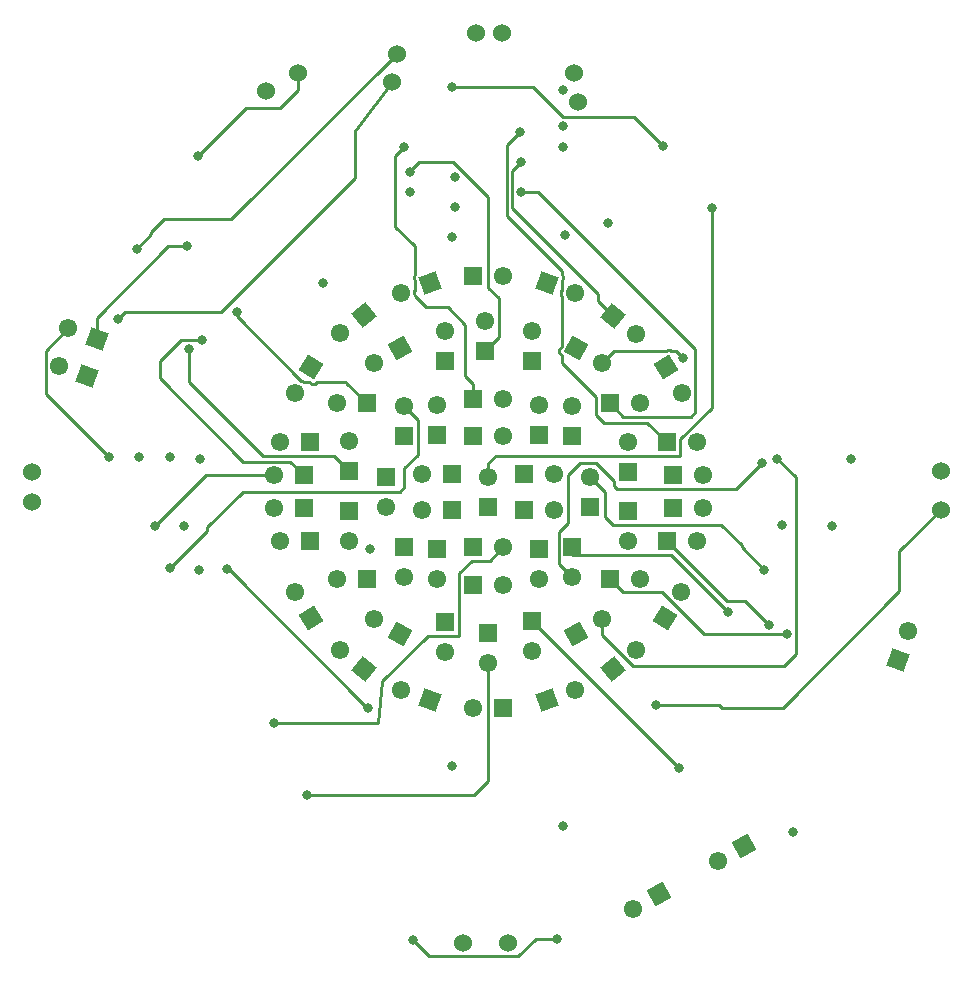
<source format=gbr>
G04*
G04 #@! TF.GenerationSoftware,Altium Limited,Altium Designer,23.1.1 (15)*
G04*
G04 Layer_Physical_Order=4*
G04 Layer_Color=16711680*
%FSLAX44Y44*%
%MOMM*%
G71*
G04*
G04 #@! TF.SameCoordinates,EA72E859-7E5F-47E5-BE6D-6BCC4CF4D1DD*
G04*
G04*
G04 #@! TF.FilePolarity,Positive*
G04*
G01*
G75*
%ADD50C,0.2220*%
%ADD51C,1.5500*%
%ADD52P,2.1920X4X245.0*%
%ADD53C,1.5240*%
%ADD54R,1.5500X1.5500*%
%ADD55P,2.1920X4X115.0*%
%ADD56P,2.1920X4X255.0*%
%ADD57R,1.5500X1.5500*%
%ADD58P,2.1920X4X103.0*%
%ADD59P,2.1920X4X84.0*%
%ADD60P,2.1920X4X195.0*%
%ADD61P,2.1920X4X205.0*%
%ADD62P,2.1920X4X186.0*%
%ADD63P,2.1920X4X167.0*%
%ADD64C,0.8000*%
D50*
X62230Y170128D02*
G03*
X62230Y165557I11168J-2285D01*
G01*
X-156694Y92710D02*
G03*
X-158314Y93796I-7136J-8890D01*
G01*
X-62078Y166376D02*
Y166375D01*
X-62078Y166500D02*
G03*
X-62230Y170128I-11321J1342D01*
G01*
X-374650Y82550D02*
X-321310Y29210D01*
X-374650Y82550D02*
Y118916D01*
X-219785Y-65965D02*
X-102870Y-182880D01*
X-101600D01*
X-221055Y-65965D02*
X-219785D01*
X-269240Y-64770D02*
X-237826Y-33356D01*
Y-30308D02*
X-207518Y0D01*
X-237826Y-33356D02*
Y-30308D01*
X-207518Y0D02*
X-74930D01*
X-281940Y-29210D02*
X-238760Y13970D01*
X-181610D01*
X15531Y233389D02*
Y293661D01*
X26670Y304800D01*
X20290Y240060D02*
Y271750D01*
X27940Y279400D01*
X15531Y233389D02*
X18070Y230850D01*
X27940Y254000D02*
X42164D01*
X20290Y240060D02*
X92964Y167386D01*
X123444Y317500D02*
X148336Y292608D01*
X63660Y317500D02*
X123444D01*
X38260Y342900D02*
X63660Y317500D01*
X189230Y71120D02*
Y240075D01*
X189260Y240105D01*
X62230Y109220D02*
X62880Y108570D01*
X62230Y109220D02*
Y115628D01*
X60287Y117571D02*
Y120061D01*
X62230Y123427D01*
Y170128D02*
Y178092D01*
X63113Y180518D01*
Y182674D01*
X62230Y183557D02*
X63113Y182674D01*
X62230Y183557D02*
Y186690D01*
X61580Y187340D02*
X62230Y186690D01*
X62880Y108570D02*
X91440Y80010D01*
X62230Y123427D02*
Y165557D01*
X18070Y230850D02*
X61580Y187340D01*
X60287Y117571D02*
X62230Y115628D01*
X96520Y109220D02*
X106680Y119380D01*
X158750D02*
X159400Y118730D01*
X154656Y119380D02*
X158750D01*
X154347Y119689D02*
X154656Y119380D01*
X151789Y119689D02*
X154347D01*
X151294Y119380D02*
X151789Y119689D01*
X159400Y118730D02*
X165354Y112776D01*
X106680Y119380D02*
X151294D01*
X-151638Y92710D02*
X-148951Y91031D01*
X-146393D01*
X-144714Y92710D01*
X-156694D02*
X-151638D01*
X-144714D02*
X-120650D01*
X-120000Y92060D01*
X-212852Y148335D02*
X-158314Y93796D01*
X-120000Y92060D02*
X-102870Y74930D01*
X-259842Y128270D02*
X-242600D01*
X-313439Y146050D02*
X-307597Y151892D01*
X-226060D01*
X-313690Y146050D02*
X-313439D01*
X-285205Y219509D02*
X-274336Y230378D01*
X-285205Y217715D02*
Y219509D01*
X-297180Y205740D02*
X-285205Y217715D01*
X-274336Y230378D02*
X-217932D01*
X214966Y-47326D02*
Y-45548D01*
Y-47326D02*
X233680Y-66040D01*
X197358Y-27940D02*
X214966Y-45548D01*
X105410Y-27940D02*
X197358D01*
X142240Y-180340D02*
X195346D01*
X197886Y-182880D01*
X249428D01*
X-62078Y165456D02*
X-52578Y155956D01*
X-62078Y166375D02*
X-62078Y165456D01*
X-63113Y180518D02*
X-62230Y178092D01*
X-63113Y180518D02*
Y182674D01*
X-62230Y183557D01*
Y207772D01*
X-62880Y208422D02*
X-62230Y207772D01*
X-78740Y224282D02*
X-62880Y208422D01*
X-62078Y166376D02*
X-62078Y166500D01*
X-62230Y170128D02*
Y178092D01*
X-66040Y271780D02*
X-58420Y279400D01*
X-66040Y270510D02*
Y271780D01*
X-58420Y279400D02*
X-29718D01*
X-78740Y224282D02*
Y284100D01*
X-71374Y291466D01*
Y292100D01*
X-30480Y342900D02*
X38260D01*
X-49690Y-393540D02*
X25560D01*
X-63500Y-379730D02*
X-49690Y-393540D01*
X25560D02*
X40640Y-378460D01*
X58420D01*
X71120Y-53848D02*
X154686D01*
X0Y12700D02*
Y24130D01*
X6350Y30480D01*
X162560D01*
Y44450D01*
X189230Y71120D01*
X92964Y161406D02*
X105410Y148960D01*
X92964Y161406D02*
Y167386D01*
X-277622Y110490D02*
X-259842Y128270D01*
X-277622Y95788D02*
Y110490D01*
Y95788D02*
X-207204Y25370D01*
X-167610D01*
X-156210Y13970D01*
X-217932Y230378D02*
X-77470Y370840D01*
X-112522Y305308D02*
X-81280Y346710D01*
X-112522Y265430D02*
Y305308D01*
X-226060Y151892D02*
X-112522Y265430D01*
X-331470Y129540D02*
Y147320D01*
X-271272Y207518D01*
X-255016D01*
X-374650Y118916D02*
X-355338Y138227D01*
X-181102Y-195580D02*
X-93195D01*
X-90203Y-160815D01*
X-51308Y-121920D01*
X-24892D01*
Y-69342D01*
X-13970Y-58420D01*
X1270D01*
X12700Y-46990D01*
X0Y-245110D02*
Y-144780D01*
X-11938Y-257048D02*
X0Y-245110D01*
X-153035Y-257048D02*
X-11938D01*
X99060Y-21590D02*
X105410Y-27940D01*
X99060Y-21590D02*
Y0D01*
X86360Y12700D02*
X99060Y0D01*
X71120Y-53848D02*
Y-46990D01*
X154686Y-53848D02*
X202767Y-101929D01*
X102870Y-73660D02*
X114300Y-85090D01*
X147148D01*
X183111Y-121053D01*
X252679D01*
X36830Y-109220D02*
X161362Y-233752D01*
X-212852Y148335D02*
Y152400D01*
X151130Y-41910D02*
X202121Y-92901D01*
X217107D01*
X237490Y-113284D01*
X-253492Y92964D02*
Y120396D01*
Y92964D02*
X-190658Y30130D01*
X-130460D01*
X-118110Y17780D01*
X-161290Y339598D02*
Y354330D01*
X-176530Y324358D02*
X-161290Y339598D01*
X-205232Y324358D02*
X-176530D01*
X-245364Y284226D02*
X-205232Y324358D01*
X244300Y27940D02*
X260350Y11890D01*
Y-137668D02*
Y11890D01*
X250190Y-147828D02*
X260350Y-137668D01*
X122682Y-147828D02*
X250190D01*
X96517Y-121663D02*
X122682Y-147828D01*
X96517Y-121663D02*
Y-107950D01*
X-71120Y72390D02*
X-59690Y60960D01*
Y31242D02*
Y60960D01*
X-71120Y19812D02*
X-59690Y31242D01*
X-71120Y3810D02*
Y19812D01*
X-74930Y0D02*
X-71120Y3810D01*
X42164Y254000D02*
X175260Y120904D01*
Y67310D02*
Y120904D01*
X171450Y63500D02*
X175260Y67310D01*
X114300Y63500D02*
X171450D01*
X102870Y74930D02*
X114300Y63500D01*
X249428Y-182880D02*
X348234Y-84074D01*
Y-50546D01*
X383540Y-15240D01*
X59690Y-60960D02*
X71120Y-72390D01*
X59690Y-60960D02*
Y-34290D01*
X67310Y-26670D01*
Y13970D01*
X77470Y24130D01*
X91440D01*
X106680Y8890D01*
Y5080D02*
Y8890D01*
Y5080D02*
X109220Y2540D01*
X209756D01*
X231600Y24384D01*
X-2540Y119380D02*
X8890Y130810D01*
Y163830D01*
X0Y172720D02*
X8890Y163830D01*
X0Y172720D02*
Y249682D01*
X-29718Y279400D02*
X0Y249682D01*
X134620Y58420D02*
X151130Y41910D01*
X97790Y58420D02*
X134620D01*
X91440Y64770D02*
X97790Y58420D01*
X91440Y64770D02*
Y80010D01*
X-12700Y78740D02*
Y91186D01*
X-19304Y97790D02*
X-12700Y91186D01*
X-19304Y97790D02*
Y140970D01*
X-34290Y155956D02*
X-19304Y140970D01*
X-52578Y155956D02*
X-34290D01*
D51*
X-73398Y167843D02*
D03*
X-118110Y-41910D02*
D03*
X355397Y-118372D02*
D03*
X43180Y-73660D02*
D03*
X194310Y-312420D02*
D03*
X122783Y-353060D02*
D03*
X55880Y-15240D02*
D03*
X86360Y12700D02*
D03*
X71120Y-72390D02*
D03*
X118110Y-41910D02*
D03*
X128270Y-73660D02*
D03*
X96517Y-107950D02*
D03*
X36830Y-134620D02*
D03*
X181610Y-13970D02*
D03*
X176530Y-41910D02*
D03*
X163320Y-85140D02*
D03*
X125149Y-133875D02*
D03*
X73398Y-167843D02*
D03*
X-86360Y-12700D02*
D03*
X12700Y-46990D02*
D03*
X-55880Y-15240D02*
D03*
X12700Y-78740D02*
D03*
X-43180Y-73660D02*
D03*
X-71120Y-72390D02*
D03*
X0Y-144780D02*
D03*
X-36830Y-135890D02*
D03*
X-96520Y-107950D02*
D03*
X-128270Y-73660D02*
D03*
X-12700Y-182880D02*
D03*
X-73398Y-167843D02*
D03*
X-125149Y-133875D02*
D03*
X-163320Y-85140D02*
D03*
X-176530Y-41910D02*
D03*
X-181610Y-13970D02*
D03*
X-355338Y138227D02*
D03*
X-363220Y106680D02*
D03*
X96520Y109220D02*
D03*
X163830Y83820D02*
D03*
X125149Y132975D02*
D03*
X73398Y167843D02*
D03*
X181610Y13970D02*
D03*
X176530Y41910D02*
D03*
X118110D02*
D03*
X128270Y74930D02*
D03*
X71120Y72390D02*
D03*
X36830Y135890D02*
D03*
X43180Y73660D02*
D03*
X55880Y15240D02*
D03*
X-2540Y144780D02*
D03*
X12700Y78740D02*
D03*
Y46990D02*
D03*
X0Y12700D02*
D03*
X-55880Y15240D02*
D03*
X-71120Y72390D02*
D03*
X12700Y182880D02*
D03*
X-43180Y73660D02*
D03*
X-118110Y43180D02*
D03*
X-128270Y74930D02*
D03*
X-96517Y109220D02*
D03*
X-36830Y135890D02*
D03*
X-181610Y13970D02*
D03*
X-176530Y41910D02*
D03*
X-163830Y83820D02*
D03*
X-125149Y133875D02*
D03*
D52*
X-49530Y176530D02*
D03*
X49530Y-176530D02*
D03*
D53*
X383540Y17780D02*
D03*
Y-15240D02*
D03*
X-21590Y-382270D02*
D03*
X16510D02*
D03*
X-386080Y16510D02*
D03*
X-81280Y346710D02*
D03*
X-77470Y370840D02*
D03*
X72390Y354330D02*
D03*
X76200Y330200D02*
D03*
X-386080Y-8890D02*
D03*
X11430Y388620D02*
D03*
X-10160D02*
D03*
X-187960Y339090D02*
D03*
X-161290Y354330D02*
D03*
D54*
X-118110Y-16510D02*
D03*
X43180Y-48260D02*
D03*
X86360Y-12700D02*
D03*
X71120Y-46990D02*
D03*
X118110Y-16510D02*
D03*
X36830Y-109220D02*
D03*
X-86360Y12700D02*
D03*
X-43180Y-48260D02*
D03*
X-71120Y-46990D02*
D03*
X0Y-119380D02*
D03*
X-36830Y-110490D02*
D03*
X-43180Y48260D02*
D03*
X118110Y16510D02*
D03*
X71120Y46990D02*
D03*
X36830Y110490D02*
D03*
X43180Y48260D02*
D03*
X-2540Y119380D02*
D03*
X0Y-12700D02*
D03*
X-71120Y46990D02*
D03*
X-118110Y17780D02*
D03*
X-36830Y110490D02*
D03*
D55*
X346710Y-142240D02*
D03*
D56*
X216307Y-299720D02*
D03*
X144780Y-340360D02*
D03*
X74520Y-120650D02*
D03*
X-74520Y121920D02*
D03*
D57*
X30480Y-15240D02*
D03*
X102870Y-73660D02*
D03*
X156210Y-13970D02*
D03*
X151130Y-41910D02*
D03*
X-12700Y-46990D02*
D03*
X-30480Y-15240D02*
D03*
X-12700Y-78740D02*
D03*
X-102870Y-73660D02*
D03*
X12700Y-182880D02*
D03*
X-151130Y-41910D02*
D03*
X-156210Y-13970D02*
D03*
X156210Y13970D02*
D03*
X151130Y41910D02*
D03*
X102870Y74930D02*
D03*
X30480Y15240D02*
D03*
X-12700Y78740D02*
D03*
Y46990D02*
D03*
X-30480Y15240D02*
D03*
X-12700Y182880D02*
D03*
X-102870Y74930D02*
D03*
X-156210Y13970D02*
D03*
X-151130Y41910D02*
D03*
D58*
X149860Y-106680D02*
D03*
X-150370Y105360D02*
D03*
D59*
X105410Y-149860D02*
D03*
X-105410Y149860D02*
D03*
D60*
X-74523Y-120650D02*
D03*
X74523Y121920D02*
D03*
D61*
X-49530Y-176530D02*
D03*
X-331470Y129540D02*
D03*
X-339352Y97993D02*
D03*
X49530Y176530D02*
D03*
D62*
X-105410Y-149860D02*
D03*
X105410Y148960D02*
D03*
D63*
X-149860Y-106680D02*
D03*
X150370Y105360D02*
D03*
D64*
X-30480Y215900D02*
D03*
X-321310Y29210D02*
D03*
X-295910D02*
D03*
X-269240D02*
D03*
X-243840Y27940D02*
D03*
X-221055Y-65965D02*
D03*
X-245110Y-66040D02*
D03*
X-257810Y-29210D02*
D03*
X-269240Y-64770D02*
D03*
X-281940Y-29210D02*
D03*
X26670Y304800D02*
D03*
X27940Y279400D02*
D03*
Y254000D02*
D03*
X-66040D02*
D03*
X63500Y340360D02*
D03*
X-100330Y-48260D02*
D03*
X248920Y-27940D02*
D03*
X257810Y-288290D02*
D03*
X-101600Y-182880D02*
D03*
X63499Y309852D02*
D03*
X189260Y240105D02*
D03*
X64676Y217264D02*
D03*
X-139700Y176530D02*
D03*
X-242600Y128270D02*
D03*
X-313690Y146050D02*
D03*
X-297180Y205740D02*
D03*
X307340Y27940D02*
D03*
X233680Y-66040D02*
D03*
X290830Y-29210D02*
D03*
X142240Y-180340D02*
D03*
X63500Y-283210D02*
D03*
X-30480Y-232410D02*
D03*
X-66040Y270510D02*
D03*
X-30480Y342900D02*
D03*
X63500Y292100D02*
D03*
X-63500Y-379730D02*
D03*
X58420Y-378460D02*
D03*
X-27940Y266700D02*
D03*
Y241300D02*
D03*
X-255016Y207518D02*
D03*
X-181102Y-195580D02*
D03*
X-153035Y-257048D02*
D03*
X202767Y-101929D02*
D03*
X252679Y-121053D02*
D03*
X161362Y-233752D02*
D03*
X-212852Y152400D02*
D03*
X237490Y-113284D02*
D03*
X-253492Y120396D02*
D03*
X165354Y112776D02*
D03*
X101854Y227076D02*
D03*
X-245364Y284226D02*
D03*
X244300Y27940D02*
D03*
X231600Y24384D02*
D03*
X148336Y292608D02*
D03*
X-71374Y292100D02*
D03*
M02*

</source>
